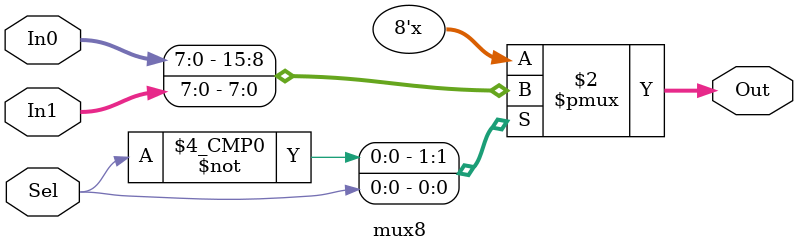
<source format=v>
/*
    CO 224 : Lab 06
    mux module
    E/16/069
*/
module mux8(Out, In0, In1, Sel);

    // Port Declaration
    input [7:0] In0, In1;
    input Sel;
    output reg [7:0] Out;

    always @(Sel or In0 or In1)
    begin
        case(Sel)
            1'b0 : Out <= In0;
            1'b1 : Out <= In1;
        endcase
    end

endmodule
</source>
